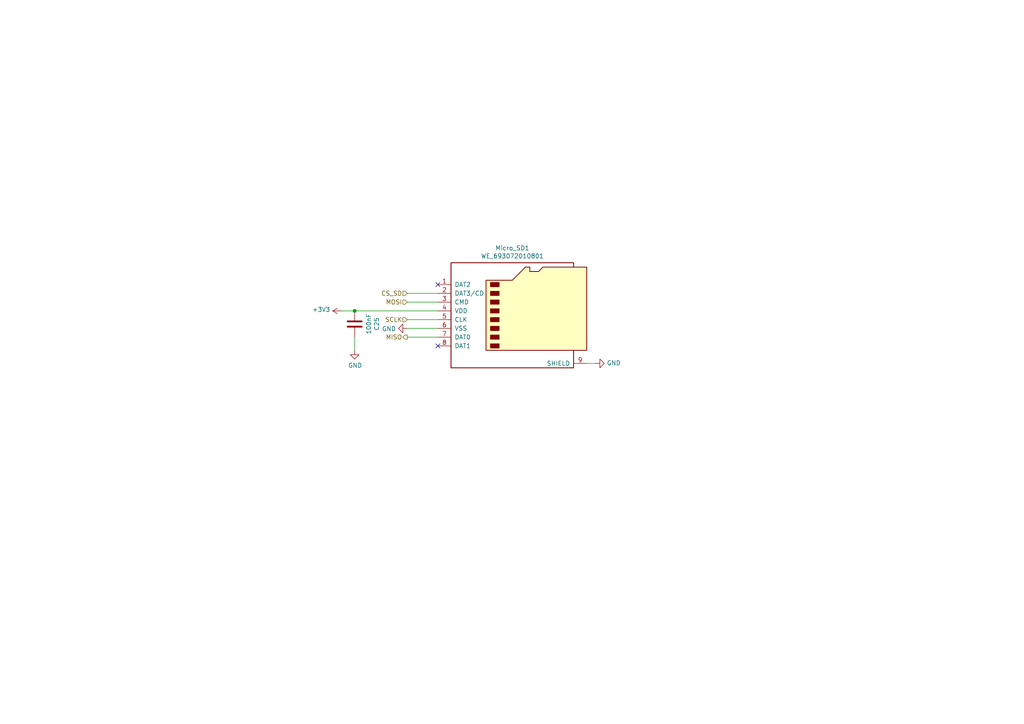
<source format=kicad_sch>
(kicad_sch (version 20211123) (generator eeschema)
  (paper "A4")
  (lib_symbols
    (symbol "Connector:Micro_SD_Card" (pin_names (offset 1.016))
      (property "Reference" "J" (at -16.51 15.24 0))
      (property "Value" "Connector_Micro_SD_Card" (at 16.51 15.24 0))
      (symbol "Micro_SD_Card_0_1"
        (rectangle (start -7.62 -9.525) (end -5.08 -10.795) (fill (type outline)))
        (rectangle (start -7.62 -6.985) (end -5.08 -8.255) (fill (type outline)))
        (rectangle (start -7.62 -4.445) (end -5.08 -5.715) (fill (type outline)))
        (rectangle (start -7.62 -1.905) (end -5.08 -3.175) (fill (type outline)))
        (rectangle (start -7.62 0.635) (end -5.08 -0.635) (fill (type outline)))
        (rectangle (start -7.62 3.175) (end -5.08 1.905) (fill (type outline)))
        (rectangle (start -7.62 5.715) (end -5.08 4.445) (fill (type outline)))
        (rectangle (start -7.62 8.255) (end -5.08 6.985) (fill (type outline)))
        (polyline (pts (xy 16.51 12.7) (xy 16.51 13.97) (xy -19.05 13.97) (xy -19.05 -16.51) (xy 16.51 -16.51) (xy 16.51 -11.43)) (stroke (width 0.254)))
        (polyline (pts (xy -8.89 -11.43) (xy -8.89 8.89) (xy -1.27 8.89) (xy 2.54 12.7) (xy 3.81 12.7) (xy 3.81 11.43) (xy 6.35 11.43) (xy 7.62 12.7) (xy 20.32 12.7) (xy 20.32 -11.43) (xy -8.89 -11.43)) (stroke (width 0.254)) (fill (type background)))
      )
      (symbol "Micro_SD_Card_1_1"
        (pin bidirectional line (at -22.86 7.62 0) (length 3.81) (name "DAT2") (number "1"))
        (pin bidirectional line (at -22.86 5.08 0) (length 3.81) (name "DAT3/CD") (number "2"))
        (pin input line (at -22.86 2.54 0) (length 3.81) (name "CMD") (number "3"))
        (pin power_in line (at -22.86 0 0) (length 3.81) (name "VDD") (number "4"))
        (pin input line (at -22.86 -2.54 0) (length 3.81) (name "CLK") (number "5"))
        (pin power_in line (at -22.86 -5.08 0) (length 3.81) (name "VSS") (number "6"))
        (pin bidirectional line (at -22.86 -7.62 0) (length 3.81) (name "DAT0") (number "7"))
        (pin bidirectional line (at -22.86 -10.16 0) (length 3.81) (name "DAT1") (number "8"))
        (pin passive line (at 20.32 -15.24 180) (length 3.81) (name "SHIELD") (number "9"))
      )
    )
    (symbol "Device:C" (pin_numbers hide) (pin_names (offset 0.254))
      (property "Reference" "C" (at 0.635 2.54 0))
      (property "Value" "Device_C" (at 0.635 -2.54 0))
      (symbol "C_0_1"
        (polyline (pts (xy -2.032 -0.762) (xy 2.032 -0.762)) (stroke (width 0.508)))
        (polyline (pts (xy -2.032 0.762) (xy 2.032 0.762)) (stroke (width 0.508)))
      )
      (symbol "C_1_1"
        (pin passive line (at 0 3.81 270) (length 2.794) (name "~") (number "1"))
        (pin passive line (at 0 -3.81 90) (length 2.794) (name "~") (number "2"))
      )
    )
    (symbol "power:+3.3V" (power) (pin_names (offset 0))
      (property "Value" "power_+3.3V" (at 0 3.556 0))
      (symbol "+3.3V_0_1"
        (polyline (pts (xy -0.762 1.27) (xy 0 2.54)))
        (polyline (pts (xy 0 0) (xy 0 2.54)))
        (polyline (pts (xy 0 2.54) (xy 0.762 1.27)))
      )
      (symbol "+3.3V_1_1"
        (pin power_in line (at 0 0 90) (length 0) hide (name "+3V3") (number "1"))
      )
    )
    (symbol "power:GND" (power) (pin_names (offset 0))
      (property "Value" "power_GND" (at 0 -3.81 0))
      (symbol "GND_0_1"
        (polyline (pts (xy 0 0) (xy 0 -1.27) (xy 1.27 -1.27) (xy 0 -2.54) (xy -1.27 -1.27) (xy 0 -1.27)))
      )
      (symbol "GND_1_1"
        (pin power_in line (at 0 0 270) (length 0) hide (name "GND") (number "1"))
      )
    )
  )
  (junction (at 102.87 90.17))
  (no_connect (at 127 100.33))
  (no_connect (at 127 82.55))
  (wire (pts (xy 127 92.71) (xy 118.11 92.71)))
  (wire (pts (xy 127 95.25) (xy 118.11 95.25)))
  (wire (pts (xy 102.87 97.79) (xy 102.87 101.6)))
  (wire (pts (xy 170.18 105.41) (xy 172.72 105.41)))
  (wire (pts (xy 127 87.63) (xy 118.11 87.63)))
  (wire (pts (xy 99.06 90.17) (xy 102.87 90.17)))
  (wire (pts (xy 127 85.09) (xy 118.11 85.09)))
  (wire (pts (xy 102.87 90.17) (xy 127 90.17)))
  (wire (pts (xy 118.11 97.79) (xy 127 97.79)))
  (hierarchical_label "SCLK" (shape input) (at 118.11 92.71 180))
  (hierarchical_label "MOSI" (shape input) (at 118.11 87.63 180))
  (hierarchical_label "CS_SD" (shape input) (at 118.11 85.09 180))
  (hierarchical_label "MISO" (shape output) (at 118.11 97.79 180))
  (symbol (lib_id "power:GND") (at 102.87 101.6 0) (unit 1)
    (property "Reference" "#PWR055" (effects hide))
    (property "Value" "GND" (at 102.997 105.9942 0))
  )
  (symbol (lib_id "power:GND") (at 118.11 95.25 270) (unit 1)
    (property "Reference" "#PWR056" (effects hide))
    (property "Value" "GND" (at 114.8588 95.377 90) (effects (justify right)))
  )
  (symbol (lib_id "Connector:Micro_SD_Card") (at 149.86 90.17 0) (unit 1)
    (property "Reference" "Micro_SD1" (at 148.59 71.9582 0))
    (property "Value" "WE_693072010801" (at 148.59 74.2696 0))
    (property "Footprint" "Connector_Card:microSD_HC_Molex_104031-0811" (effects hide))
    (property "Datasheet" "https://www.we-online.de/katalog/datasheet/693072010801.pdf" (effects hide))
    (property "Order Link" "https://www.digikey.com/en/products/detail/molex/1040310811/2370379?WT.z_cid=sp_900_0310_buynow&s=N4IgTCBcDaIIwAYAsCDMiAcc4gLoF8g" (effects hide))
  )
  (symbol (lib_id "power:+3.3V") (at 99.06 90.17 90) (unit 1)
    (property "Reference" "#PWR054" (effects hide))
    (property "Value" "+3.3V" (at 95.8088 89.789 90) (effects (justify left)))
  )
  (symbol (lib_id "Device:C") (at 102.87 93.98 180) (unit 1)
    (property "Reference" "C25" (at 109.2708 93.98 90))
    (property "Value" "100nF" (at 106.9594 93.98 90))
    (property "Footprint" "Capacitor_SMD:C_0402_1005Metric" (effects hide))
  )
  (symbol (lib_id "power:GND") (at 172.72 105.41 90) (unit 1)
    (property "Reference" "#PWR0118" (effects hide))
    (property "Value" "GND" (at 175.9712 105.283 90) (effects (justify right)))
  )
)
</source>
